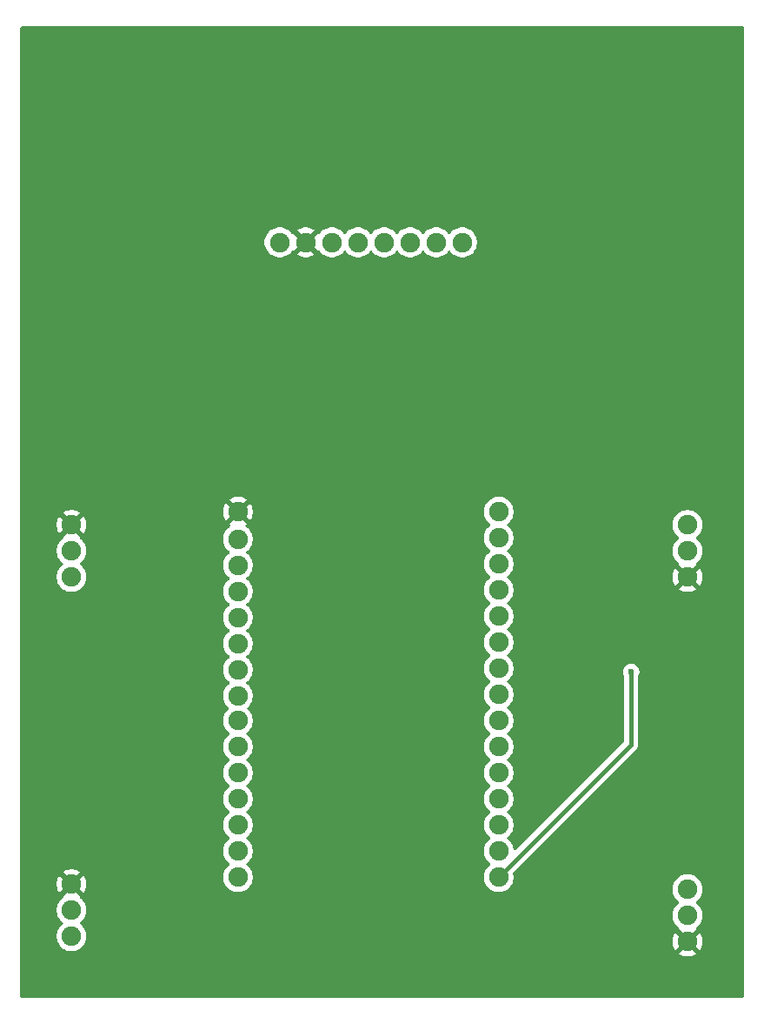
<source format=gbl>
G04 #@! TF.GenerationSoftware,KiCad,Pcbnew,9.0.4*
G04 #@! TF.CreationDate,2025-09-06T12:28:32+03:00*
G04 #@! TF.ProjectId,esp32 flight controller,65737033-3220-4666-9c69-67687420636f,rev?*
G04 #@! TF.SameCoordinates,Original*
G04 #@! TF.FileFunction,Copper,L4,Bot*
G04 #@! TF.FilePolarity,Positive*
%FSLAX46Y46*%
G04 Gerber Fmt 4.6, Leading zero omitted, Abs format (unit mm)*
G04 Created by KiCad (PCBNEW 9.0.4) date 2025-09-06 12:28:32*
%MOMM*%
%LPD*%
G01*
G04 APERTURE LIST*
G04 #@! TA.AperFunction,ComponentPad*
%ADD10C,1.900000*%
G04 #@! TD*
G04 #@! TA.AperFunction,ComponentPad*
%ADD11C,1.905000*%
G04 #@! TD*
G04 #@! TA.AperFunction,ViaPad*
%ADD12C,0.600000*%
G04 #@! TD*
G04 #@! TA.AperFunction,Conductor*
%ADD13C,0.400000*%
G04 #@! TD*
G04 APERTURE END LIST*
D10*
X85500000Y-79500000D03*
X85500000Y-82040000D03*
X85500000Y-84580000D03*
D11*
X101700000Y-78220000D03*
X101700000Y-80880000D03*
X101700000Y-83420000D03*
X101700000Y-85960000D03*
X101700000Y-88500000D03*
X101700000Y-91040000D03*
X101700000Y-93580000D03*
X101700000Y-96120000D03*
X101700000Y-98540000D03*
X101700000Y-101080000D03*
X101700000Y-103620000D03*
X101700000Y-106160000D03*
X101700000Y-108700000D03*
X101700000Y-111240000D03*
X101700000Y-113780000D03*
X127100000Y-78220000D03*
X127100000Y-80760000D03*
X127100000Y-83300000D03*
X127100000Y-85840000D03*
X127100000Y-88380000D03*
X127100000Y-90920000D03*
X127100000Y-93460000D03*
X127100000Y-96000000D03*
X127100000Y-98540000D03*
X127100000Y-101080000D03*
X127100000Y-103620000D03*
X127100000Y-106160000D03*
X127100000Y-108700000D03*
X127100000Y-111240000D03*
X127100000Y-113780000D03*
X105760000Y-52000000D03*
X108300000Y-52000000D03*
X110840000Y-52000000D03*
X113380000Y-52000000D03*
X115920000Y-52000000D03*
X118460000Y-52000000D03*
X121000000Y-52000000D03*
X123540000Y-52000000D03*
D10*
X85500000Y-119540000D03*
X85500000Y-117000000D03*
X85500000Y-114460000D03*
X145500000Y-114960000D03*
X145500000Y-117500000D03*
X145500000Y-120040000D03*
X145500000Y-79500000D03*
X145500000Y-82040000D03*
X145500000Y-84580000D03*
D12*
X140000000Y-93800000D03*
D13*
X140000000Y-100880000D02*
X127100000Y-113780000D01*
X140000000Y-93800000D02*
X140000000Y-100880000D01*
G04 #@! TA.AperFunction,Conductor*
G36*
X150942539Y-31020185D02*
G01*
X150988294Y-31072989D01*
X150999500Y-31124500D01*
X150999500Y-125375500D01*
X150979815Y-125442539D01*
X150927011Y-125488294D01*
X150875500Y-125499500D01*
X80624500Y-125499500D01*
X80557461Y-125479815D01*
X80511706Y-125427011D01*
X80500500Y-125375500D01*
X80500500Y-116885837D01*
X84049500Y-116885837D01*
X84049500Y-117114162D01*
X84085215Y-117339660D01*
X84155770Y-117556803D01*
X84259421Y-117760228D01*
X84393621Y-117944937D01*
X84555063Y-118106379D01*
X84555069Y-118106383D01*
X84642191Y-118169683D01*
X84684857Y-118225013D01*
X84690835Y-118294627D01*
X84658228Y-118356421D01*
X84642191Y-118370317D01*
X84555069Y-118433616D01*
X84555060Y-118433623D01*
X84393622Y-118595061D01*
X84259421Y-118779771D01*
X84155770Y-118983196D01*
X84085215Y-119200339D01*
X84049500Y-119425837D01*
X84049500Y-119654162D01*
X84085215Y-119879660D01*
X84155770Y-120096803D01*
X84184973Y-120154116D01*
X84259421Y-120300228D01*
X84393621Y-120484937D01*
X84555063Y-120646379D01*
X84739772Y-120780579D01*
X84835884Y-120829550D01*
X84943196Y-120884229D01*
X84943198Y-120884229D01*
X84943201Y-120884231D01*
X85059592Y-120922049D01*
X85160339Y-120954784D01*
X85385838Y-120990500D01*
X85385843Y-120990500D01*
X85614162Y-120990500D01*
X85839660Y-120954784D01*
X86056799Y-120884231D01*
X86260228Y-120780579D01*
X86444937Y-120646379D01*
X86606379Y-120484937D01*
X86740579Y-120300228D01*
X86844231Y-120096799D01*
X86913799Y-119882692D01*
X86913800Y-119882690D01*
X86914782Y-119879667D01*
X86914782Y-119879665D01*
X86914784Y-119879660D01*
X86933184Y-119763481D01*
X86950500Y-119654162D01*
X86950500Y-119425837D01*
X86914784Y-119200339D01*
X86844229Y-118983196D01*
X86770989Y-118839456D01*
X86740579Y-118779772D01*
X86606379Y-118595063D01*
X86444937Y-118433621D01*
X86357807Y-118370317D01*
X86315143Y-118314988D01*
X86309164Y-118245374D01*
X86341770Y-118183579D01*
X86357807Y-118169683D01*
X86444937Y-118106379D01*
X86606379Y-117944937D01*
X86740579Y-117760228D01*
X86844231Y-117556799D01*
X86914784Y-117339660D01*
X86950500Y-117114162D01*
X86950500Y-116885837D01*
X86914784Y-116660339D01*
X86844229Y-116443196D01*
X86786714Y-116330317D01*
X86740579Y-116239772D01*
X86606379Y-116055063D01*
X86444937Y-115893621D01*
X86438418Y-115888885D01*
X86357382Y-115830007D01*
X86314716Y-115774677D01*
X86308738Y-115705064D01*
X86332234Y-115660534D01*
X86333310Y-115646862D01*
X85711059Y-115024612D01*
X85731591Y-115019111D01*
X85868408Y-114940119D01*
X85980119Y-114828408D01*
X86059111Y-114691591D01*
X86064612Y-114671060D01*
X86686862Y-115293310D01*
X86686862Y-115293309D01*
X86740150Y-115219966D01*
X86843769Y-115016604D01*
X86914295Y-114799544D01*
X86950000Y-114574116D01*
X86950000Y-114345883D01*
X86914295Y-114120455D01*
X86843769Y-113903395D01*
X86740148Y-113700030D01*
X86686863Y-113626689D01*
X86686862Y-113626688D01*
X86064612Y-114248939D01*
X86059111Y-114228409D01*
X85980119Y-114091592D01*
X85868408Y-113979881D01*
X85731591Y-113900889D01*
X85711058Y-113895387D01*
X86333309Y-113273137D01*
X86333309Y-113273135D01*
X86259969Y-113219851D01*
X86056604Y-113116230D01*
X85839544Y-113045704D01*
X85614116Y-113010000D01*
X85385884Y-113010000D01*
X85160455Y-113045704D01*
X84943395Y-113116230D01*
X84740035Y-113219848D01*
X84740033Y-113219849D01*
X84666689Y-113273135D01*
X84666689Y-113273136D01*
X85288941Y-113895387D01*
X85268409Y-113900889D01*
X85131592Y-113979881D01*
X85019881Y-114091592D01*
X84940889Y-114228409D01*
X84935387Y-114248940D01*
X84313136Y-113626689D01*
X84313135Y-113626689D01*
X84259849Y-113700033D01*
X84259848Y-113700035D01*
X84156230Y-113903395D01*
X84085704Y-114120455D01*
X84050000Y-114345883D01*
X84050000Y-114574116D01*
X84085704Y-114799544D01*
X84156230Y-115016604D01*
X84259851Y-115219969D01*
X84313135Y-115293309D01*
X84313137Y-115293309D01*
X84935387Y-114671059D01*
X84940889Y-114691591D01*
X85019881Y-114828408D01*
X85131592Y-114940119D01*
X85268409Y-115019111D01*
X85288939Y-115024612D01*
X84666688Y-115646862D01*
X84667892Y-115662152D01*
X84685281Y-115684702D01*
X84691260Y-115754315D01*
X84658655Y-115816110D01*
X84642617Y-115830008D01*
X84555063Y-115893620D01*
X84393622Y-116055061D01*
X84259421Y-116239771D01*
X84155770Y-116443196D01*
X84085215Y-116660339D01*
X84049500Y-116885837D01*
X80500500Y-116885837D01*
X80500500Y-81925837D01*
X84049500Y-81925837D01*
X84049500Y-82154162D01*
X84085215Y-82379660D01*
X84155770Y-82596803D01*
X84259421Y-82800228D01*
X84393621Y-82984937D01*
X84555063Y-83146379D01*
X84555066Y-83146381D01*
X84555069Y-83146383D01*
X84642191Y-83209683D01*
X84684857Y-83265013D01*
X84690835Y-83334627D01*
X84658228Y-83396421D01*
X84642191Y-83410317D01*
X84555069Y-83473616D01*
X84555060Y-83473623D01*
X84393622Y-83635061D01*
X84259421Y-83819771D01*
X84155770Y-84023196D01*
X84085215Y-84240339D01*
X84049500Y-84465837D01*
X84049500Y-84694162D01*
X84085215Y-84919660D01*
X84155770Y-85136803D01*
X84259288Y-85339966D01*
X84259421Y-85340228D01*
X84393621Y-85524937D01*
X84555063Y-85686379D01*
X84739772Y-85820579D01*
X84788969Y-85845646D01*
X84943196Y-85924229D01*
X84943198Y-85924229D01*
X84943201Y-85924231D01*
X85035907Y-85954353D01*
X85160339Y-85994784D01*
X85385838Y-86030500D01*
X85385843Y-86030500D01*
X85614162Y-86030500D01*
X85839660Y-85994784D01*
X85841165Y-85994295D01*
X86056799Y-85924231D01*
X86260228Y-85820579D01*
X86444937Y-85686379D01*
X86606379Y-85524937D01*
X86740579Y-85340228D01*
X86844231Y-85136799D01*
X86914784Y-84919660D01*
X86925545Y-84851716D01*
X86950500Y-84694162D01*
X86950500Y-84465837D01*
X86914784Y-84240339D01*
X86844229Y-84023196D01*
X86789550Y-83915884D01*
X86740579Y-83819772D01*
X86606379Y-83635063D01*
X86444937Y-83473621D01*
X86357807Y-83410317D01*
X86315143Y-83354988D01*
X86309164Y-83285374D01*
X86341770Y-83223579D01*
X86357807Y-83209683D01*
X86444937Y-83146379D01*
X86606379Y-82984937D01*
X86740579Y-82800228D01*
X86844231Y-82596799D01*
X86914784Y-82379660D01*
X86925545Y-82311716D01*
X86950500Y-82154162D01*
X86950500Y-81925837D01*
X86914784Y-81700339D01*
X86844229Y-81483196D01*
X86789550Y-81375884D01*
X86740579Y-81279772D01*
X86606379Y-81095063D01*
X86444937Y-80933621D01*
X86438418Y-80928885D01*
X86357382Y-80870007D01*
X86340203Y-80847729D01*
X86320596Y-80827552D01*
X86319153Y-80820431D01*
X86314716Y-80814677D01*
X86312308Y-80786645D01*
X86308054Y-80765646D01*
X100247000Y-80765646D01*
X100247000Y-80994353D01*
X100282778Y-81220246D01*
X100282778Y-81220249D01*
X100353450Y-81437755D01*
X100376606Y-81483201D01*
X100457283Y-81641538D01*
X100591714Y-81826566D01*
X100753434Y-81988286D01*
X100773297Y-82002717D01*
X100837938Y-82049682D01*
X100880603Y-82105013D01*
X100886582Y-82174626D01*
X100853976Y-82236421D01*
X100837938Y-82250318D01*
X100753432Y-82311715D01*
X100591716Y-82473431D01*
X100591716Y-82473432D01*
X100591714Y-82473434D01*
X100544469Y-82538461D01*
X100457283Y-82658461D01*
X100353450Y-82862244D01*
X100282778Y-83079750D01*
X100282778Y-83079753D01*
X100247000Y-83305646D01*
X100247000Y-83534353D01*
X100282778Y-83760246D01*
X100282778Y-83760249D01*
X100353450Y-83977755D01*
X100376606Y-84023201D01*
X100457283Y-84181538D01*
X100591714Y-84366566D01*
X100753434Y-84528286D01*
X100773297Y-84542717D01*
X100837938Y-84589682D01*
X100880603Y-84645013D01*
X100886582Y-84714626D01*
X100853976Y-84776421D01*
X100837938Y-84790318D01*
X100753432Y-84851715D01*
X100591716Y-85013431D01*
X100591716Y-85013432D01*
X100591714Y-85013434D01*
X100544469Y-85078461D01*
X100457283Y-85198461D01*
X100353450Y-85402244D01*
X100282778Y-85619750D01*
X100282778Y-85619753D01*
X100247000Y-85845646D01*
X100247000Y-86074353D01*
X100282778Y-86300246D01*
X100282778Y-86300249D01*
X100353450Y-86517755D01*
X100353452Y-86517758D01*
X100457283Y-86721538D01*
X100591714Y-86906566D01*
X100753434Y-87068286D01*
X100773297Y-87082717D01*
X100837938Y-87129682D01*
X100880603Y-87185013D01*
X100886582Y-87254626D01*
X100853976Y-87316421D01*
X100837938Y-87330318D01*
X100753432Y-87391715D01*
X100591716Y-87553431D01*
X100591716Y-87553432D01*
X100591714Y-87553434D01*
X100544469Y-87618461D01*
X100457283Y-87738461D01*
X100353450Y-87942244D01*
X100282778Y-88159750D01*
X100282778Y-88159753D01*
X100247000Y-88385646D01*
X100247000Y-88614353D01*
X100282778Y-88840246D01*
X100282778Y-88840249D01*
X100353450Y-89057755D01*
X100353452Y-89057758D01*
X100457283Y-89261538D01*
X100591714Y-89446566D01*
X100753434Y-89608286D01*
X100773297Y-89622717D01*
X100837938Y-89669682D01*
X100880603Y-89725013D01*
X100886582Y-89794626D01*
X100853976Y-89856421D01*
X100837938Y-89870318D01*
X100753432Y-89931715D01*
X100591716Y-90093431D01*
X100591716Y-90093432D01*
X100591714Y-90093434D01*
X100544469Y-90158461D01*
X100457283Y-90278461D01*
X100353450Y-90482244D01*
X100282778Y-90699750D01*
X100282778Y-90699753D01*
X100247000Y-90925646D01*
X100247000Y-91154353D01*
X100282778Y-91380246D01*
X100282778Y-91380249D01*
X100353450Y-91597755D01*
X100353452Y-91597758D01*
X100457283Y-91801538D01*
X100591714Y-91986566D01*
X100753434Y-92148286D01*
X100773297Y-92162717D01*
X100837938Y-92209682D01*
X100880603Y-92265013D01*
X100886582Y-92334626D01*
X100853976Y-92396421D01*
X100837938Y-92410318D01*
X100753432Y-92471715D01*
X100591716Y-92633431D01*
X100591716Y-92633432D01*
X100591714Y-92633434D01*
X100544469Y-92698461D01*
X100457283Y-92818461D01*
X100353450Y-93022244D01*
X100282778Y-93239750D01*
X100282778Y-93239753D01*
X100266006Y-93345646D01*
X100247000Y-93465646D01*
X100247000Y-93694354D01*
X100263772Y-93800245D01*
X100282778Y-93920246D01*
X100282778Y-93920249D01*
X100353450Y-94137755D01*
X100396140Y-94221538D01*
X100457283Y-94341538D01*
X100591714Y-94526566D01*
X100753434Y-94688286D01*
X100773297Y-94702717D01*
X100837938Y-94749682D01*
X100880603Y-94805013D01*
X100886582Y-94874626D01*
X100853976Y-94936421D01*
X100837938Y-94950318D01*
X100753432Y-95011715D01*
X100591716Y-95173431D01*
X100591716Y-95173432D01*
X100591714Y-95173434D01*
X100544469Y-95238461D01*
X100457283Y-95358461D01*
X100353450Y-95562244D01*
X100282778Y-95779750D01*
X100282778Y-95779753D01*
X100247000Y-96005646D01*
X100247000Y-96234353D01*
X100282778Y-96460246D01*
X100282778Y-96460249D01*
X100353450Y-96677755D01*
X100353452Y-96677758D01*
X100457283Y-96881538D01*
X100591714Y-97066566D01*
X100753434Y-97228286D01*
X100755360Y-97229685D01*
X100755913Y-97230403D01*
X100757139Y-97231450D01*
X100756919Y-97231707D01*
X100798023Y-97285015D01*
X100803999Y-97354629D01*
X100771392Y-97416423D01*
X100755363Y-97430312D01*
X100753876Y-97431392D01*
X100753431Y-97431716D01*
X100591716Y-97593431D01*
X100591716Y-97593432D01*
X100591714Y-97593434D01*
X100533980Y-97672896D01*
X100457283Y-97778461D01*
X100353450Y-97982244D01*
X100282778Y-98199750D01*
X100282778Y-98199753D01*
X100247000Y-98425646D01*
X100247000Y-98654353D01*
X100282778Y-98880246D01*
X100282778Y-98880249D01*
X100353450Y-99097755D01*
X100353452Y-99097758D01*
X100457283Y-99301538D01*
X100591714Y-99486566D01*
X100753434Y-99648286D01*
X100822923Y-99698773D01*
X100837938Y-99709682D01*
X100880603Y-99765013D01*
X100886582Y-99834626D01*
X100853976Y-99896421D01*
X100837938Y-99910318D01*
X100753432Y-99971715D01*
X100591716Y-100133431D01*
X100591716Y-100133432D01*
X100591714Y-100133434D01*
X100533980Y-100212896D01*
X100457283Y-100318461D01*
X100353450Y-100522244D01*
X100282778Y-100739750D01*
X100282778Y-100739753D01*
X100247000Y-100965646D01*
X100247000Y-101194353D01*
X100282778Y-101420246D01*
X100282778Y-101420249D01*
X100353450Y-101637755D01*
X100353452Y-101637758D01*
X100457283Y-101841538D01*
X100591714Y-102026566D01*
X100753434Y-102188286D01*
X100822923Y-102238773D01*
X100837938Y-102249682D01*
X100880603Y-102305013D01*
X100886582Y-102374626D01*
X100853976Y-102436421D01*
X100837938Y-102450318D01*
X100753432Y-102511715D01*
X100591716Y-102673431D01*
X100591716Y-102673432D01*
X100591714Y-102673434D01*
X100533980Y-102752896D01*
X100457283Y-102858461D01*
X100353450Y-103062244D01*
X100282778Y-103279750D01*
X100282778Y-103279753D01*
X100247000Y-103505646D01*
X100247000Y-103734353D01*
X100282778Y-103960246D01*
X100282778Y-103960249D01*
X100353450Y-104177755D01*
X100353452Y-104177758D01*
X100457283Y-104381538D01*
X100591714Y-104566566D01*
X100753434Y-104728286D01*
X100822923Y-104778773D01*
X100837938Y-104789682D01*
X100880603Y-104845013D01*
X100886582Y-104914626D01*
X100853976Y-104976421D01*
X100837938Y-104990318D01*
X100753432Y-105051715D01*
X100591716Y-105213431D01*
X100591716Y-105213432D01*
X100591714Y-105213434D01*
X100533980Y-105292896D01*
X100457283Y-105398461D01*
X100353450Y-105602244D01*
X100282778Y-105819750D01*
X100282778Y-105819753D01*
X100247000Y-106045646D01*
X100247000Y-106274353D01*
X100282778Y-106500246D01*
X100282778Y-106500249D01*
X100353450Y-106717755D01*
X100353452Y-106717758D01*
X100457283Y-106921538D01*
X100591714Y-107106566D01*
X100753434Y-107268286D01*
X100822923Y-107318773D01*
X100837938Y-107329682D01*
X100880603Y-107385013D01*
X100886582Y-107454626D01*
X100853976Y-107516421D01*
X100837938Y-107530318D01*
X100753432Y-107591715D01*
X100591716Y-107753431D01*
X100591716Y-107753432D01*
X100591714Y-107753434D01*
X100533980Y-107832896D01*
X100457283Y-107938461D01*
X100353450Y-108142244D01*
X100282778Y-108359750D01*
X100282778Y-108359753D01*
X100247000Y-108585646D01*
X100247000Y-108814353D01*
X100282778Y-109040246D01*
X100282778Y-109040249D01*
X100353450Y-109257755D01*
X100353452Y-109257758D01*
X100457283Y-109461538D01*
X100591714Y-109646566D01*
X100753434Y-109808286D01*
X100822923Y-109858773D01*
X100837938Y-109869682D01*
X100880603Y-109925013D01*
X100886582Y-109994626D01*
X100853976Y-110056421D01*
X100837938Y-110070318D01*
X100753432Y-110131715D01*
X100591716Y-110293431D01*
X100591716Y-110293432D01*
X100591714Y-110293434D01*
X100533980Y-110372896D01*
X100457283Y-110478461D01*
X100353450Y-110682244D01*
X100282778Y-110899750D01*
X100282778Y-110899753D01*
X100247000Y-111125646D01*
X100247000Y-111354353D01*
X100282778Y-111580246D01*
X100282778Y-111580249D01*
X100353450Y-111797755D01*
X100353452Y-111797758D01*
X100457283Y-112001538D01*
X100591714Y-112186566D01*
X100753434Y-112348286D01*
X100822923Y-112398773D01*
X100837938Y-112409682D01*
X100880603Y-112465013D01*
X100886582Y-112534626D01*
X100853976Y-112596421D01*
X100837938Y-112610318D01*
X100753432Y-112671715D01*
X100591716Y-112833431D01*
X100591716Y-112833432D01*
X100591714Y-112833434D01*
X100533980Y-112912896D01*
X100457283Y-113018461D01*
X100353450Y-113222244D01*
X100282778Y-113439750D01*
X100282778Y-113439753D01*
X100247000Y-113665646D01*
X100247000Y-113894353D01*
X100282778Y-114120246D01*
X100282778Y-114120249D01*
X100353450Y-114337755D01*
X100375489Y-114381009D01*
X100457283Y-114541538D01*
X100591714Y-114726566D01*
X100753434Y-114888286D01*
X100938462Y-115022717D01*
X101039419Y-115074157D01*
X101142244Y-115126549D01*
X101359751Y-115197221D01*
X101359752Y-115197221D01*
X101359755Y-115197222D01*
X101585646Y-115233000D01*
X101585647Y-115233000D01*
X101814353Y-115233000D01*
X101814354Y-115233000D01*
X102040245Y-115197222D01*
X102040248Y-115197221D01*
X102040249Y-115197221D01*
X102257755Y-115126549D01*
X102257755Y-115126548D01*
X102257758Y-115126548D01*
X102461538Y-115022717D01*
X102646566Y-114888286D01*
X102808286Y-114726566D01*
X102942717Y-114541538D01*
X103046548Y-114337758D01*
X103117222Y-114120245D01*
X103153000Y-113894354D01*
X103153000Y-113665646D01*
X103117222Y-113439755D01*
X103117221Y-113439751D01*
X103117221Y-113439750D01*
X103046549Y-113222244D01*
X102942716Y-113018461D01*
X102936569Y-113010000D01*
X102808286Y-112833434D01*
X102646566Y-112671714D01*
X102562059Y-112610316D01*
X102519396Y-112554988D01*
X102513417Y-112485375D01*
X102546023Y-112423580D01*
X102562056Y-112409685D01*
X102646566Y-112348286D01*
X102808286Y-112186566D01*
X102942717Y-112001538D01*
X103046548Y-111797758D01*
X103117222Y-111580245D01*
X103153000Y-111354354D01*
X103153000Y-111125646D01*
X103117222Y-110899755D01*
X103117221Y-110899751D01*
X103117221Y-110899750D01*
X103046549Y-110682244D01*
X102942716Y-110478461D01*
X102808286Y-110293434D01*
X102646566Y-110131714D01*
X102562059Y-110070316D01*
X102519396Y-110014988D01*
X102513417Y-109945375D01*
X102546023Y-109883580D01*
X102562056Y-109869685D01*
X102646566Y-109808286D01*
X102808286Y-109646566D01*
X102942717Y-109461538D01*
X103046548Y-109257758D01*
X103117222Y-109040245D01*
X103153000Y-108814354D01*
X103153000Y-108585646D01*
X103117222Y-108359755D01*
X103117221Y-108359751D01*
X103117221Y-108359750D01*
X103046549Y-108142244D01*
X102942716Y-107938461D01*
X102808286Y-107753434D01*
X102646566Y-107591714D01*
X102562059Y-107530316D01*
X102519396Y-107474988D01*
X102513417Y-107405375D01*
X102546023Y-107343580D01*
X102562056Y-107329685D01*
X102646566Y-107268286D01*
X102808286Y-107106566D01*
X102942717Y-106921538D01*
X103046548Y-106717758D01*
X103117222Y-106500245D01*
X103153000Y-106274354D01*
X103153000Y-106045646D01*
X103117222Y-105819755D01*
X103117221Y-105819751D01*
X103117221Y-105819750D01*
X103046549Y-105602244D01*
X102942716Y-105398461D01*
X102808286Y-105213434D01*
X102646566Y-105051714D01*
X102562059Y-104990316D01*
X102519396Y-104934988D01*
X102513417Y-104865375D01*
X102546023Y-104803580D01*
X102562056Y-104789685D01*
X102646566Y-104728286D01*
X102808286Y-104566566D01*
X102942717Y-104381538D01*
X103046548Y-104177758D01*
X103117222Y-103960245D01*
X103153000Y-103734354D01*
X103153000Y-103505646D01*
X103117222Y-103279755D01*
X103117221Y-103279751D01*
X103117221Y-103279750D01*
X103046549Y-103062244D01*
X102942716Y-102858461D01*
X102808286Y-102673434D01*
X102646566Y-102511714D01*
X102562059Y-102450316D01*
X102519396Y-102394988D01*
X102513417Y-102325375D01*
X102546023Y-102263580D01*
X102562056Y-102249685D01*
X102646566Y-102188286D01*
X102808286Y-102026566D01*
X102942717Y-101841538D01*
X103046548Y-101637758D01*
X103117222Y-101420245D01*
X103153000Y-101194354D01*
X103153000Y-100965646D01*
X103117222Y-100739755D01*
X103117221Y-100739751D01*
X103117221Y-100739750D01*
X103046549Y-100522244D01*
X102942716Y-100318461D01*
X102808286Y-100133434D01*
X102646566Y-99971714D01*
X102562059Y-99910316D01*
X102519396Y-99854988D01*
X102513417Y-99785375D01*
X102546023Y-99723580D01*
X102562056Y-99709685D01*
X102646566Y-99648286D01*
X102808286Y-99486566D01*
X102942717Y-99301538D01*
X103046548Y-99097758D01*
X103117222Y-98880245D01*
X103153000Y-98654354D01*
X103153000Y-98425646D01*
X103117222Y-98199755D01*
X103117221Y-98199751D01*
X103117221Y-98199750D01*
X103046549Y-97982244D01*
X102942716Y-97778461D01*
X102808286Y-97593434D01*
X102646566Y-97431714D01*
X102646564Y-97431712D01*
X102646565Y-97431712D01*
X102644653Y-97430324D01*
X102644100Y-97429607D01*
X102642853Y-97428542D01*
X102643076Y-97428280D01*
X102601982Y-97374997D01*
X102595998Y-97305385D01*
X102628599Y-97243587D01*
X102644653Y-97229676D01*
X102645081Y-97229364D01*
X102646566Y-97228286D01*
X102808286Y-97066566D01*
X102942717Y-96881538D01*
X103046548Y-96677758D01*
X103117222Y-96460245D01*
X103153000Y-96234354D01*
X103153000Y-96005646D01*
X103117222Y-95779755D01*
X103117221Y-95779751D01*
X103117221Y-95779750D01*
X103046549Y-95562244D01*
X102942716Y-95358461D01*
X102808286Y-95173434D01*
X102646566Y-95011714D01*
X102562059Y-94950316D01*
X102519396Y-94894988D01*
X102513417Y-94825375D01*
X102546023Y-94763580D01*
X102562056Y-94749685D01*
X102646566Y-94688286D01*
X102808286Y-94526566D01*
X102942717Y-94341538D01*
X103046548Y-94137758D01*
X103117222Y-93920245D01*
X103153000Y-93694354D01*
X103153000Y-93465646D01*
X103117222Y-93239755D01*
X103117221Y-93239751D01*
X103117221Y-93239750D01*
X103046549Y-93022244D01*
X102942716Y-92818461D01*
X102808286Y-92633434D01*
X102646566Y-92471714D01*
X102562059Y-92410316D01*
X102519396Y-92354988D01*
X102513417Y-92285375D01*
X102546023Y-92223580D01*
X102562056Y-92209685D01*
X102646566Y-92148286D01*
X102808286Y-91986566D01*
X102942717Y-91801538D01*
X103046548Y-91597758D01*
X103117222Y-91380245D01*
X103153000Y-91154354D01*
X103153000Y-90925646D01*
X103117222Y-90699755D01*
X103117221Y-90699751D01*
X103117221Y-90699750D01*
X103046549Y-90482244D01*
X102942716Y-90278461D01*
X102808286Y-90093434D01*
X102646566Y-89931714D01*
X102562059Y-89870316D01*
X102519396Y-89814988D01*
X102513417Y-89745375D01*
X102546023Y-89683580D01*
X102562056Y-89669685D01*
X102646566Y-89608286D01*
X102808286Y-89446566D01*
X102942717Y-89261538D01*
X103046548Y-89057758D01*
X103117222Y-88840245D01*
X103153000Y-88614354D01*
X103153000Y-88385646D01*
X103117222Y-88159755D01*
X103117221Y-88159751D01*
X103117221Y-88159750D01*
X103046549Y-87942244D01*
X102942716Y-87738461D01*
X102808286Y-87553434D01*
X102646566Y-87391714D01*
X102562059Y-87330316D01*
X102519396Y-87274988D01*
X102513417Y-87205375D01*
X102546023Y-87143580D01*
X102562056Y-87129685D01*
X102646566Y-87068286D01*
X102808286Y-86906566D01*
X102942717Y-86721538D01*
X103046548Y-86517758D01*
X103117222Y-86300245D01*
X103153000Y-86074354D01*
X103153000Y-85845646D01*
X103117222Y-85619755D01*
X103117221Y-85619751D01*
X103117221Y-85619750D01*
X103046549Y-85402244D01*
X102942716Y-85198461D01*
X102808286Y-85013434D01*
X102646566Y-84851714D01*
X102562059Y-84790316D01*
X102519396Y-84734988D01*
X102513417Y-84665375D01*
X102546023Y-84603580D01*
X102562056Y-84589685D01*
X102646566Y-84528286D01*
X102808286Y-84366566D01*
X102942717Y-84181538D01*
X103046548Y-83977758D01*
X103117222Y-83760245D01*
X103153000Y-83534354D01*
X103153000Y-83305646D01*
X103117222Y-83079755D01*
X103117221Y-83079751D01*
X103117221Y-83079750D01*
X103046549Y-82862244D01*
X102942716Y-82658461D01*
X102808286Y-82473434D01*
X102646566Y-82311714D01*
X102562059Y-82250316D01*
X102519396Y-82194988D01*
X102513417Y-82125375D01*
X102546023Y-82063580D01*
X102562056Y-82049685D01*
X102646566Y-81988286D01*
X102808286Y-81826566D01*
X102942717Y-81641538D01*
X103046548Y-81437758D01*
X103117222Y-81220245D01*
X103153000Y-80994354D01*
X103153000Y-80765646D01*
X103117222Y-80539755D01*
X103117221Y-80539751D01*
X103117221Y-80539750D01*
X103046549Y-80322244D01*
X102942716Y-80118461D01*
X102808286Y-79933434D01*
X102646566Y-79771714D01*
X102479051Y-79650007D01*
X102436387Y-79594678D01*
X102430408Y-79525064D01*
X102463014Y-79463270D01*
X102479052Y-79449372D01*
X102535098Y-79408650D01*
X101911059Y-78784612D01*
X101931591Y-78779111D01*
X102068408Y-78700119D01*
X102180119Y-78588408D01*
X102259111Y-78451591D01*
X102264612Y-78431060D01*
X102888651Y-79055099D01*
X102888651Y-79055098D01*
X102942288Y-78981276D01*
X103046082Y-78777568D01*
X103116734Y-78560125D01*
X103116734Y-78560124D01*
X103152500Y-78334313D01*
X103152500Y-78105686D01*
X103152494Y-78105646D01*
X125647000Y-78105646D01*
X125647000Y-78334353D01*
X125682778Y-78560246D01*
X125682778Y-78560249D01*
X125753450Y-78777755D01*
X125753452Y-78777758D01*
X125857283Y-78981538D01*
X125991714Y-79166566D01*
X126153434Y-79328286D01*
X126222923Y-79378773D01*
X126237938Y-79389682D01*
X126280603Y-79445013D01*
X126286582Y-79514626D01*
X126253976Y-79576421D01*
X126237938Y-79590318D01*
X126153432Y-79651715D01*
X125991716Y-79813431D01*
X125991716Y-79813432D01*
X125991714Y-79813434D01*
X125972744Y-79839544D01*
X125857283Y-79998461D01*
X125753450Y-80202244D01*
X125682778Y-80419750D01*
X125682778Y-80419753D01*
X125647000Y-80645646D01*
X125647000Y-80874353D01*
X125682778Y-81100246D01*
X125682778Y-81100249D01*
X125753450Y-81317755D01*
X125753452Y-81317758D01*
X125857283Y-81521538D01*
X125991714Y-81706566D01*
X126153434Y-81868286D01*
X126222923Y-81918773D01*
X126237938Y-81929682D01*
X126280603Y-81985013D01*
X126286582Y-82054626D01*
X126253976Y-82116421D01*
X126237938Y-82130318D01*
X126153432Y-82191715D01*
X125991716Y-82353431D01*
X125991716Y-82353432D01*
X125991714Y-82353434D01*
X125972660Y-82379660D01*
X125857283Y-82538461D01*
X125753450Y-82742244D01*
X125682778Y-82959750D01*
X125682778Y-82959753D01*
X125678789Y-82984938D01*
X125647000Y-83185646D01*
X125647000Y-83414354D01*
X125664889Y-83527299D01*
X125682778Y-83640246D01*
X125682778Y-83640249D01*
X125753450Y-83857755D01*
X125753452Y-83857758D01*
X125857283Y-84061538D01*
X125991714Y-84246566D01*
X126153434Y-84408286D01*
X126222923Y-84458773D01*
X126237938Y-84469682D01*
X126280603Y-84525013D01*
X126286582Y-84594626D01*
X126253976Y-84656421D01*
X126237938Y-84670318D01*
X126153432Y-84731715D01*
X125991716Y-84893431D01*
X125991716Y-84893432D01*
X125991714Y-84893434D01*
X125972744Y-84919544D01*
X125857283Y-85078461D01*
X125753450Y-85282244D01*
X125682778Y-85499750D01*
X125682778Y-85499753D01*
X125678789Y-85524938D01*
X125647000Y-85725646D01*
X125647000Y-85954354D01*
X125664889Y-86067299D01*
X125682778Y-86180246D01*
X125682778Y-86180249D01*
X125753450Y-86397755D01*
X125753452Y-86397758D01*
X125857283Y-86601538D01*
X125991714Y-86786566D01*
X126153434Y-86948286D01*
X126222923Y-86998773D01*
X126237938Y-87009682D01*
X126280603Y-87065013D01*
X126286582Y-87134626D01*
X126253976Y-87196421D01*
X126237938Y-87210318D01*
X126153432Y-87271715D01*
X125991716Y-87433431D01*
X125991716Y-87433432D01*
X125991714Y-87433434D01*
X125933980Y-87512896D01*
X125857283Y-87618461D01*
X125753450Y-87822244D01*
X125682778Y-88039750D01*
X125682778Y-88039753D01*
X125647000Y-88265646D01*
X125647000Y-88494353D01*
X125682778Y-88720246D01*
X125682778Y-88720249D01*
X125753450Y-88937755D01*
X125753452Y-88937758D01*
X125857283Y-89141538D01*
X125991714Y-89326566D01*
X126153434Y-89488286D01*
X126222923Y-89538773D01*
X126237938Y-89549682D01*
X126280603Y-89605013D01*
X126286582Y-89674626D01*
X126253976Y-89736421D01*
X126237938Y-89750318D01*
X126153432Y-89811715D01*
X125991716Y-89973431D01*
X125991716Y-89973432D01*
X125991714Y-89973434D01*
X125933980Y-90052896D01*
X125857283Y-90158461D01*
X125753450Y-90362244D01*
X125682778Y-90579750D01*
X125682778Y-90579753D01*
X125647000Y-90805646D01*
X125647000Y-91034353D01*
X125682778Y-91260246D01*
X125682778Y-91260249D01*
X125753450Y-91477755D01*
X125753452Y-91477758D01*
X125857283Y-91681538D01*
X125991714Y-91866566D01*
X126153434Y-92028286D01*
X126222923Y-92078773D01*
X126237938Y-92089682D01*
X126280603Y-92145013D01*
X126286582Y-92214626D01*
X126253976Y-92276421D01*
X126237938Y-92290318D01*
X126153432Y-92351715D01*
X125991716Y-92513431D01*
X125991716Y-92513432D01*
X125991714Y-92513434D01*
X125933980Y-92592896D01*
X125857283Y-92698461D01*
X125753450Y-92902244D01*
X125682778Y-93119750D01*
X125682778Y-93119753D01*
X125647000Y-93345646D01*
X125647000Y-93574353D01*
X125682778Y-93800246D01*
X125682778Y-93800249D01*
X125753450Y-94017755D01*
X125753452Y-94017758D01*
X125857283Y-94221538D01*
X125991714Y-94406566D01*
X126153434Y-94568286D01*
X126222923Y-94618773D01*
X126237938Y-94629682D01*
X126280603Y-94685013D01*
X126286582Y-94754626D01*
X126253976Y-94816421D01*
X126237938Y-94830318D01*
X126153432Y-94891715D01*
X125991716Y-95053431D01*
X125991716Y-95053432D01*
X125991714Y-95053434D01*
X125933980Y-95132896D01*
X125857283Y-95238461D01*
X125753450Y-95442244D01*
X125682778Y-95659750D01*
X125682778Y-95659753D01*
X125647000Y-95885646D01*
X125647000Y-96114353D01*
X125682778Y-96340246D01*
X125682778Y-96340249D01*
X125753450Y-96557755D01*
X125753452Y-96557758D01*
X125857283Y-96761538D01*
X125991714Y-96946566D01*
X126153434Y-97108286D01*
X126222923Y-97158773D01*
X126237938Y-97169682D01*
X126280603Y-97225013D01*
X126286582Y-97294626D01*
X126253976Y-97356421D01*
X126237938Y-97370318D01*
X126153432Y-97431715D01*
X125991716Y-97593431D01*
X125991716Y-97593432D01*
X125991714Y-97593434D01*
X125933980Y-97672896D01*
X125857283Y-97778461D01*
X125753450Y-97982244D01*
X125682778Y-98199750D01*
X125682778Y-98199753D01*
X125647000Y-98425646D01*
X125647000Y-98654353D01*
X125682778Y-98880246D01*
X125682778Y-98880249D01*
X125753450Y-99097755D01*
X125753452Y-99097758D01*
X125857283Y-99301538D01*
X125991714Y-99486566D01*
X126153434Y-99648286D01*
X126222923Y-99698773D01*
X126237938Y-99709682D01*
X126280603Y-99765013D01*
X126286582Y-99834626D01*
X126253976Y-99896421D01*
X126237938Y-99910318D01*
X126153432Y-99971715D01*
X125991716Y-100133431D01*
X125991716Y-100133432D01*
X125991714Y-100133434D01*
X125933980Y-100212896D01*
X125857283Y-100318461D01*
X125753450Y-100522244D01*
X125682778Y-100739750D01*
X125682778Y-100739753D01*
X125647000Y-100965646D01*
X125647000Y-101194353D01*
X125682778Y-101420246D01*
X125682778Y-101420249D01*
X125753450Y-101637755D01*
X125753452Y-101637758D01*
X125857283Y-101841538D01*
X125991714Y-102026566D01*
X126153434Y-102188286D01*
X126222923Y-102238773D01*
X126237938Y-102249682D01*
X126280603Y-102305013D01*
X126286582Y-102374626D01*
X126253976Y-102436421D01*
X126237938Y-102450318D01*
X126153432Y-102511715D01*
X125991716Y-102673431D01*
X125991716Y-102673432D01*
X125991714Y-102673434D01*
X125933980Y-102752896D01*
X125857283Y-102858461D01*
X125753450Y-103062244D01*
X125682778Y-103279750D01*
X125682778Y-103279753D01*
X125647000Y-103505646D01*
X125647000Y-103734353D01*
X125682778Y-103960246D01*
X125682778Y-103960249D01*
X125753450Y-104177755D01*
X125753452Y-104177758D01*
X125857283Y-104381538D01*
X125991714Y-104566566D01*
X126153434Y-104728286D01*
X126222923Y-104778773D01*
X126237938Y-104789682D01*
X126280603Y-104845013D01*
X126286582Y-104914626D01*
X126253976Y-104976421D01*
X126237938Y-104990318D01*
X126153432Y-105051715D01*
X125991716Y-105213431D01*
X125991716Y-105213432D01*
X125991714Y-105213434D01*
X125933980Y-105292896D01*
X125857283Y-105398461D01*
X125753450Y-105602244D01*
X125682778Y-105819750D01*
X125682778Y-105819753D01*
X125647000Y-106045646D01*
X125647000Y-106274353D01*
X125682778Y-106500246D01*
X125682778Y-106500249D01*
X125753450Y-106717755D01*
X125753452Y-106717758D01*
X125857283Y-106921538D01*
X125991714Y-107106566D01*
X126153434Y-107268286D01*
X126222923Y-107318773D01*
X126237938Y-107329682D01*
X126280603Y-107385013D01*
X126286582Y-107454626D01*
X126253976Y-107516421D01*
X126237938Y-107530318D01*
X126153432Y-107591715D01*
X125991716Y-107753431D01*
X125991716Y-107753432D01*
X125991714Y-107753434D01*
X125933980Y-107832896D01*
X125857283Y-107938461D01*
X125753450Y-108142244D01*
X125682778Y-108359750D01*
X125682778Y-108359753D01*
X125647000Y-108585646D01*
X125647000Y-108814353D01*
X125682778Y-109040246D01*
X125682778Y-109040249D01*
X125753450Y-109257755D01*
X125753452Y-109257758D01*
X125857283Y-109461538D01*
X125991714Y-109646566D01*
X126153434Y-109808286D01*
X126222923Y-109858773D01*
X126237938Y-109869682D01*
X126280603Y-109925013D01*
X126286582Y-109994626D01*
X126253976Y-110056421D01*
X126237938Y-110070318D01*
X126153432Y-110131715D01*
X125991716Y-110293431D01*
X125991716Y-110293432D01*
X125991714Y-110293434D01*
X125933980Y-110372896D01*
X125857283Y-110478461D01*
X125753450Y-110682244D01*
X125682778Y-110899750D01*
X125682778Y-110899753D01*
X125647000Y-111125646D01*
X125647000Y-111354353D01*
X125682778Y-111580246D01*
X125682778Y-111580249D01*
X125753450Y-111797755D01*
X125753452Y-111797758D01*
X125857283Y-112001538D01*
X125991714Y-112186566D01*
X126153434Y-112348286D01*
X126222923Y-112398773D01*
X126237938Y-112409682D01*
X126280603Y-112465013D01*
X126286582Y-112534626D01*
X126253976Y-112596421D01*
X126237938Y-112610318D01*
X126153432Y-112671715D01*
X125991716Y-112833431D01*
X125991716Y-112833432D01*
X125991714Y-112833434D01*
X125933980Y-112912896D01*
X125857283Y-113018461D01*
X125753450Y-113222244D01*
X125682778Y-113439750D01*
X125682778Y-113439753D01*
X125647000Y-113665646D01*
X125647000Y-113894353D01*
X125682778Y-114120246D01*
X125682778Y-114120249D01*
X125753450Y-114337755D01*
X125775489Y-114381009D01*
X125857283Y-114541538D01*
X125991714Y-114726566D01*
X126153434Y-114888286D01*
X126338462Y-115022717D01*
X126439419Y-115074157D01*
X126542244Y-115126549D01*
X126759751Y-115197221D01*
X126759752Y-115197221D01*
X126759755Y-115197222D01*
X126985646Y-115233000D01*
X126985647Y-115233000D01*
X127214353Y-115233000D01*
X127214354Y-115233000D01*
X127440245Y-115197222D01*
X127440248Y-115197221D01*
X127440249Y-115197221D01*
X127657755Y-115126549D01*
X127657755Y-115126548D01*
X127657758Y-115126548D01*
X127861538Y-115022717D01*
X128046566Y-114888286D01*
X128089015Y-114845837D01*
X144049500Y-114845837D01*
X144049500Y-115074162D01*
X144085215Y-115299660D01*
X144155770Y-115516803D01*
X144259421Y-115720228D01*
X144393621Y-115904937D01*
X144555063Y-116066379D01*
X144555069Y-116066383D01*
X144642191Y-116129683D01*
X144684857Y-116185013D01*
X144690835Y-116254627D01*
X144658228Y-116316421D01*
X144642191Y-116330317D01*
X144555069Y-116393616D01*
X144555060Y-116393623D01*
X144393622Y-116555061D01*
X144259421Y-116739771D01*
X144155770Y-116943196D01*
X144085215Y-117160339D01*
X144049500Y-117385837D01*
X144049500Y-117614162D01*
X144085215Y-117839660D01*
X144155770Y-118056803D01*
X144259421Y-118260228D01*
X144393621Y-118444937D01*
X144555063Y-118606379D01*
X144642616Y-118669990D01*
X144685280Y-118725319D01*
X144691259Y-118794933D01*
X144667766Y-118839456D01*
X144666689Y-118853136D01*
X145288941Y-119475387D01*
X145268409Y-119480889D01*
X145131592Y-119559881D01*
X145019881Y-119671592D01*
X144940889Y-119808409D01*
X144935387Y-119828940D01*
X144313136Y-119206689D01*
X144313135Y-119206689D01*
X144259849Y-119280033D01*
X144259848Y-119280035D01*
X144156230Y-119483395D01*
X144085704Y-119700455D01*
X144050000Y-119925883D01*
X144050000Y-120154116D01*
X144085704Y-120379544D01*
X144156230Y-120596604D01*
X144259851Y-120799969D01*
X144313135Y-120873309D01*
X144313137Y-120873309D01*
X144935387Y-120251059D01*
X144940889Y-120271591D01*
X145019881Y-120408408D01*
X145131592Y-120520119D01*
X145268409Y-120599111D01*
X145288939Y-120604612D01*
X144666688Y-121226862D01*
X144666689Y-121226863D01*
X144740030Y-121280148D01*
X144943395Y-121383769D01*
X145160455Y-121454295D01*
X145385884Y-121490000D01*
X145614116Y-121490000D01*
X145839544Y-121454295D01*
X146056604Y-121383769D01*
X146259966Y-121280150D01*
X146333309Y-121226862D01*
X146333310Y-121226862D01*
X145711059Y-120604612D01*
X145731591Y-120599111D01*
X145868408Y-120520119D01*
X145980119Y-120408408D01*
X146059111Y-120271591D01*
X146064612Y-120251060D01*
X146686862Y-120873310D01*
X146686862Y-120873309D01*
X146740150Y-120799966D01*
X146843769Y-120596604D01*
X146914295Y-120379544D01*
X146950000Y-120154116D01*
X146950000Y-119925883D01*
X146914295Y-119700455D01*
X146843769Y-119483395D01*
X146740148Y-119280030D01*
X146686863Y-119206689D01*
X146686862Y-119206688D01*
X146064612Y-119828939D01*
X146059111Y-119808409D01*
X145980119Y-119671592D01*
X145868408Y-119559881D01*
X145731591Y-119480889D01*
X145711058Y-119475387D01*
X146333309Y-118853137D01*
X146332105Y-118837845D01*
X146314717Y-118815295D01*
X146308739Y-118745681D01*
X146341346Y-118683887D01*
X146357380Y-118669992D01*
X146444937Y-118606379D01*
X146606379Y-118444937D01*
X146740579Y-118260228D01*
X146844231Y-118056799D01*
X146914784Y-117839660D01*
X146927365Y-117760228D01*
X146950500Y-117614162D01*
X146950500Y-117385837D01*
X146914784Y-117160339D01*
X146844229Y-116943196D01*
X146740578Y-116739771D01*
X146606379Y-116555063D01*
X146444937Y-116393621D01*
X146357807Y-116330317D01*
X146315143Y-116274988D01*
X146309164Y-116205374D01*
X146341770Y-116143579D01*
X146357807Y-116129683D01*
X146444937Y-116066379D01*
X146606379Y-115904937D01*
X146740579Y-115720228D01*
X146844231Y-115516799D01*
X146914784Y-115299660D01*
X146927406Y-115219969D01*
X146950500Y-115074162D01*
X146950500Y-114845837D01*
X146914784Y-114620339D01*
X146882049Y-114519592D01*
X146844231Y-114403201D01*
X146844229Y-114403198D01*
X146844229Y-114403196D01*
X146740578Y-114199771D01*
X146682951Y-114120455D01*
X146606379Y-114015063D01*
X146444937Y-113853621D01*
X146260228Y-113719421D01*
X146222171Y-113700030D01*
X146056803Y-113615770D01*
X145839660Y-113545215D01*
X145614162Y-113509500D01*
X145614157Y-113509500D01*
X145385843Y-113509500D01*
X145385838Y-113509500D01*
X145160339Y-113545215D01*
X144943196Y-113615770D01*
X144739771Y-113719421D01*
X144555061Y-113853622D01*
X144393622Y-114015061D01*
X144259421Y-114199771D01*
X144155770Y-114403196D01*
X144085215Y-114620339D01*
X144049500Y-114845837D01*
X128089015Y-114845837D01*
X128208286Y-114726566D01*
X128342717Y-114541538D01*
X128446548Y-114337758D01*
X128517222Y-114120245D01*
X128553000Y-113894354D01*
X128553000Y-113665646D01*
X128517222Y-113439755D01*
X128517221Y-113439752D01*
X128516721Y-113437668D01*
X128516761Y-113436849D01*
X128516460Y-113434943D01*
X128516860Y-113434879D01*
X128520212Y-113367886D01*
X128549612Y-113321043D01*
X140544114Y-101326543D01*
X140620775Y-101211811D01*
X140628007Y-101194353D01*
X140673578Y-101084332D01*
X140673580Y-101084328D01*
X140700500Y-100948994D01*
X140700500Y-100811006D01*
X140700500Y-94225316D01*
X140709939Y-94177864D01*
X140769735Y-94033501D01*
X140769737Y-94033497D01*
X140800500Y-93878842D01*
X140800500Y-93721158D01*
X140800500Y-93721155D01*
X140800499Y-93721153D01*
X140795168Y-93694353D01*
X140769737Y-93566503D01*
X140727961Y-93465646D01*
X140709397Y-93420827D01*
X140709390Y-93420814D01*
X140621789Y-93289711D01*
X140621786Y-93289707D01*
X140510292Y-93178213D01*
X140510288Y-93178210D01*
X140379185Y-93090609D01*
X140379172Y-93090602D01*
X140233501Y-93030264D01*
X140233489Y-93030261D01*
X140078845Y-92999500D01*
X140078842Y-92999500D01*
X139921158Y-92999500D01*
X139921155Y-92999500D01*
X139766510Y-93030261D01*
X139766498Y-93030264D01*
X139620827Y-93090602D01*
X139620814Y-93090609D01*
X139489711Y-93178210D01*
X139489707Y-93178213D01*
X139378213Y-93289707D01*
X139378210Y-93289711D01*
X139290609Y-93420814D01*
X139290602Y-93420827D01*
X139230264Y-93566498D01*
X139230261Y-93566510D01*
X139199500Y-93721153D01*
X139199500Y-93878846D01*
X139230261Y-94033489D01*
X139230264Y-94033501D01*
X139290061Y-94177864D01*
X139299500Y-94225316D01*
X139299500Y-100538481D01*
X139279815Y-100605520D01*
X139263181Y-100626162D01*
X128753891Y-111135451D01*
X128692568Y-111168936D01*
X128622876Y-111163952D01*
X128566943Y-111122080D01*
X128543738Y-111067169D01*
X128517222Y-110899755D01*
X128517221Y-110899750D01*
X128446549Y-110682244D01*
X128342716Y-110478461D01*
X128208286Y-110293434D01*
X128046566Y-110131714D01*
X127962059Y-110070316D01*
X127919396Y-110014988D01*
X127913417Y-109945375D01*
X127946023Y-109883580D01*
X127962056Y-109869685D01*
X128046566Y-109808286D01*
X128208286Y-109646566D01*
X128342717Y-109461538D01*
X128446548Y-109257758D01*
X128517222Y-109040245D01*
X128553000Y-108814354D01*
X128553000Y-108585646D01*
X128517222Y-108359755D01*
X128517221Y-108359751D01*
X128517221Y-108359750D01*
X128446549Y-108142244D01*
X128342716Y-107938461D01*
X128208286Y-107753434D01*
X128046566Y-107591714D01*
X127962059Y-107530316D01*
X127919396Y-107474988D01*
X127913417Y-107405375D01*
X127946023Y-107343580D01*
X127962056Y-107329685D01*
X128046566Y-107268286D01*
X128208286Y-107106566D01*
X128342717Y-106921538D01*
X128446548Y-106717758D01*
X128517222Y-106500245D01*
X128553000Y-106274354D01*
X128553000Y-106045646D01*
X128517222Y-105819755D01*
X128517221Y-105819751D01*
X128517221Y-105819750D01*
X128446549Y-105602244D01*
X128342716Y-105398461D01*
X128208286Y-105213434D01*
X128046566Y-105051714D01*
X127962059Y-104990316D01*
X127919396Y-104934988D01*
X127913417Y-104865375D01*
X127946023Y-104803580D01*
X127962056Y-104789685D01*
X128046566Y-104728286D01*
X128208286Y-104566566D01*
X128342717Y-104381538D01*
X128446548Y-104177758D01*
X128517222Y-103960245D01*
X128553000Y-103734354D01*
X128553000Y-103505646D01*
X128517222Y-103279755D01*
X128517221Y-103279751D01*
X128517221Y-103279750D01*
X128446549Y-103062244D01*
X128342716Y-102858461D01*
X128208286Y-102673434D01*
X128046566Y-102511714D01*
X127962059Y-102450316D01*
X127919396Y-102394988D01*
X127913417Y-102325375D01*
X127946023Y-102263580D01*
X127962056Y-102249685D01*
X128046566Y-102188286D01*
X128208286Y-102026566D01*
X128342717Y-101841538D01*
X128446548Y-101637758D01*
X128517222Y-101420245D01*
X128553000Y-101194354D01*
X128553000Y-100965646D01*
X128517222Y-100739755D01*
X128517221Y-100739751D01*
X128517221Y-100739750D01*
X128446549Y-100522244D01*
X128342716Y-100318461D01*
X128208286Y-100133434D01*
X128046566Y-99971714D01*
X127962059Y-99910316D01*
X127919396Y-99854988D01*
X127913417Y-99785375D01*
X127946023Y-99723580D01*
X127962056Y-99709685D01*
X128046566Y-99648286D01*
X128208286Y-99486566D01*
X128342717Y-99301538D01*
X128446548Y-99097758D01*
X128517222Y-98880245D01*
X128553000Y-98654354D01*
X128553000Y-98425646D01*
X128517222Y-98199755D01*
X128517221Y-98199751D01*
X128517221Y-98199750D01*
X128446549Y-97982244D01*
X128342716Y-97778461D01*
X128208286Y-97593434D01*
X128046566Y-97431714D01*
X127962059Y-97370316D01*
X127919396Y-97314988D01*
X127913417Y-97245375D01*
X127946023Y-97183580D01*
X127962056Y-97169685D01*
X128046566Y-97108286D01*
X128208286Y-96946566D01*
X128342717Y-96761538D01*
X128446548Y-96557758D01*
X128446549Y-96557755D01*
X128517221Y-96340249D01*
X128517221Y-96340248D01*
X128517222Y-96340245D01*
X128553000Y-96114354D01*
X128553000Y-95885646D01*
X128517222Y-95659755D01*
X128517221Y-95659751D01*
X128517221Y-95659750D01*
X128446549Y-95442244D01*
X128342716Y-95238461D01*
X128295471Y-95173434D01*
X128208286Y-95053434D01*
X128046566Y-94891714D01*
X127962059Y-94830316D01*
X127919396Y-94774988D01*
X127913417Y-94705375D01*
X127946023Y-94643580D01*
X127962056Y-94629685D01*
X128046566Y-94568286D01*
X128208286Y-94406566D01*
X128342717Y-94221538D01*
X128446548Y-94017758D01*
X128446549Y-94017755D01*
X128517221Y-93800249D01*
X128517221Y-93800248D01*
X128517222Y-93800245D01*
X128553000Y-93574354D01*
X128553000Y-93345646D01*
X128517222Y-93119755D01*
X128517221Y-93119751D01*
X128517221Y-93119750D01*
X128446549Y-92902244D01*
X128342716Y-92698461D01*
X128295471Y-92633434D01*
X128208286Y-92513434D01*
X128046566Y-92351714D01*
X127962059Y-92290316D01*
X127919396Y-92234988D01*
X127913417Y-92165375D01*
X127946023Y-92103580D01*
X127962056Y-92089685D01*
X128046566Y-92028286D01*
X128208286Y-91866566D01*
X128342717Y-91681538D01*
X128446548Y-91477758D01*
X128446549Y-91477755D01*
X128517221Y-91260249D01*
X128517221Y-91260248D01*
X128517222Y-91260245D01*
X128553000Y-91034354D01*
X128553000Y-90805646D01*
X128517222Y-90579755D01*
X128517221Y-90579751D01*
X128517221Y-90579750D01*
X128446549Y-90362244D01*
X128342716Y-90158461D01*
X128295471Y-90093434D01*
X128208286Y-89973434D01*
X128046566Y-89811714D01*
X127962059Y-89750316D01*
X127919396Y-89694988D01*
X127913417Y-89625375D01*
X127946023Y-89563580D01*
X127962056Y-89549685D01*
X128046566Y-89488286D01*
X128208286Y-89326566D01*
X128342717Y-89141538D01*
X128446548Y-88937758D01*
X128446549Y-88937755D01*
X128517221Y-88720249D01*
X128517221Y-88720248D01*
X128517222Y-88720245D01*
X128553000Y-88494354D01*
X128553000Y-88265646D01*
X128517222Y-88039755D01*
X128517221Y-88039751D01*
X128517221Y-88039750D01*
X128446549Y-87822244D01*
X128342716Y-87618461D01*
X128295471Y-87553434D01*
X128208286Y-87433434D01*
X128046566Y-87271714D01*
X127962059Y-87210316D01*
X127919396Y-87154988D01*
X127913417Y-87085375D01*
X127946023Y-87023580D01*
X127962056Y-87009685D01*
X128046566Y-86948286D01*
X128208286Y-86786566D01*
X128342717Y-86601538D01*
X128446548Y-86397758D01*
X128446549Y-86397755D01*
X128517221Y-86180249D01*
X128517221Y-86180248D01*
X128517222Y-86180245D01*
X128553000Y-85954354D01*
X128553000Y-85725646D01*
X128517222Y-85499755D01*
X128517221Y-85499751D01*
X128517221Y-85499750D01*
X128446549Y-85282244D01*
X128372441Y-85136799D01*
X128342717Y-85078462D01*
X128208286Y-84893434D01*
X128046566Y-84731714D01*
X127962059Y-84670316D01*
X127946839Y-84650578D01*
X127928533Y-84633657D01*
X127925872Y-84623386D01*
X127919396Y-84614988D01*
X127917262Y-84590153D01*
X127911011Y-84566020D01*
X127914324Y-84555943D01*
X127913417Y-84545375D01*
X127925049Y-84523329D01*
X127932837Y-84499647D01*
X127943095Y-84489128D01*
X127946023Y-84483580D01*
X127956794Y-84473729D01*
X127959370Y-84471637D01*
X128046566Y-84408286D01*
X128208286Y-84246566D01*
X128342717Y-84061538D01*
X128446548Y-83857758D01*
X128458891Y-83819771D01*
X128517221Y-83640249D01*
X128517221Y-83640248D01*
X128517222Y-83640245D01*
X128553000Y-83414354D01*
X128553000Y-83185646D01*
X128517222Y-82959755D01*
X128517221Y-82959751D01*
X128517221Y-82959750D01*
X128446549Y-82742244D01*
X128342716Y-82538461D01*
X128295471Y-82473434D01*
X128208286Y-82353434D01*
X128046566Y-82191714D01*
X127962059Y-82130316D01*
X127919396Y-82074988D01*
X127913417Y-82005375D01*
X127946023Y-81943580D01*
X127962056Y-81929685D01*
X128046566Y-81868286D01*
X128208286Y-81706566D01*
X128342717Y-81521538D01*
X128446548Y-81317758D01*
X128458891Y-81279771D01*
X128517221Y-81100249D01*
X128517221Y-81100248D01*
X128517222Y-81100245D01*
X128553000Y-80874354D01*
X128553000Y-80645646D01*
X128517222Y-80419755D01*
X128517221Y-80419751D01*
X128517221Y-80419750D01*
X128446549Y-80202244D01*
X128372441Y-80056799D01*
X128342717Y-79998462D01*
X128208286Y-79813434D01*
X128046566Y-79651714D01*
X127962059Y-79590316D01*
X127946839Y-79570577D01*
X127928536Y-79553660D01*
X127925875Y-79543390D01*
X127919396Y-79534988D01*
X127917262Y-79510152D01*
X127911011Y-79486024D01*
X127914324Y-79475945D01*
X127913417Y-79465375D01*
X127925048Y-79443330D01*
X127932835Y-79419650D01*
X127943094Y-79409129D01*
X127946023Y-79403580D01*
X127956791Y-79393732D01*
X127959375Y-79391633D01*
X127967353Y-79385837D01*
X144049500Y-79385837D01*
X144049500Y-79614162D01*
X144085215Y-79839660D01*
X144155770Y-80056803D01*
X144259288Y-80259966D01*
X144259421Y-80260228D01*
X144393621Y-80444937D01*
X144555063Y-80606379D01*
X144555069Y-80606383D01*
X144642191Y-80669683D01*
X144684857Y-80725013D01*
X144690835Y-80794627D01*
X144658228Y-80856421D01*
X144642191Y-80870317D01*
X144555069Y-80933616D01*
X144555060Y-80933623D01*
X144393622Y-81095061D01*
X144259421Y-81279771D01*
X144155770Y-81483196D01*
X144085215Y-81700339D01*
X144049500Y-81925837D01*
X144049500Y-82154162D01*
X144085215Y-82379660D01*
X144155770Y-82596803D01*
X144259421Y-82800228D01*
X144393621Y-82984937D01*
X144555063Y-83146379D01*
X144642616Y-83209990D01*
X144685280Y-83265319D01*
X144691259Y-83334933D01*
X144667766Y-83379456D01*
X144666689Y-83393136D01*
X145288941Y-84015387D01*
X145268409Y-84020889D01*
X145131592Y-84099881D01*
X145019881Y-84211592D01*
X144940889Y-84348409D01*
X144935387Y-84368940D01*
X144313136Y-83746689D01*
X144313135Y-83746689D01*
X144259849Y-83820033D01*
X144259848Y-83820035D01*
X144156230Y-84023395D01*
X144085704Y-84240455D01*
X144050000Y-84465883D01*
X144050000Y-84694116D01*
X144085704Y-84919544D01*
X144156230Y-85136604D01*
X144259851Y-85339969D01*
X144313135Y-85413309D01*
X144313137Y-85413309D01*
X144935387Y-84791059D01*
X144940889Y-84811591D01*
X145019881Y-84948408D01*
X145131592Y-85060119D01*
X145268409Y-85139111D01*
X145288939Y-85144612D01*
X144666688Y-85766862D01*
X144666689Y-85766863D01*
X144740030Y-85820148D01*
X144943395Y-85923769D01*
X145160455Y-85994295D01*
X145385884Y-86030000D01*
X145614116Y-86030000D01*
X145839544Y-85994295D01*
X146056604Y-85923769D01*
X146259966Y-85820150D01*
X146333309Y-85766862D01*
X146333310Y-85766862D01*
X145711059Y-85144612D01*
X145731591Y-85139111D01*
X145868408Y-85060119D01*
X145980119Y-84948408D01*
X146059111Y-84811591D01*
X146064612Y-84791060D01*
X146686862Y-85413310D01*
X146686862Y-85413309D01*
X146740150Y-85339966D01*
X146843769Y-85136604D01*
X146914295Y-84919544D01*
X146950000Y-84694116D01*
X146950000Y-84465883D01*
X146914295Y-84240455D01*
X146843769Y-84023395D01*
X146740148Y-83820030D01*
X146686863Y-83746689D01*
X146686862Y-83746688D01*
X146064612Y-84368939D01*
X146059111Y-84348409D01*
X145980119Y-84211592D01*
X145868408Y-84099881D01*
X145731591Y-84020889D01*
X145711058Y-84015387D01*
X146333309Y-83393137D01*
X146332105Y-83377845D01*
X146314717Y-83355295D01*
X146308739Y-83285681D01*
X146341346Y-83223887D01*
X146357380Y-83209992D01*
X146444937Y-83146379D01*
X146606379Y-82984937D01*
X146740579Y-82800228D01*
X146844231Y-82596799D01*
X146914784Y-82379660D01*
X146925545Y-82311716D01*
X146950500Y-82154162D01*
X146950500Y-81925837D01*
X146914784Y-81700339D01*
X146844229Y-81483196D01*
X146789550Y-81375884D01*
X146740579Y-81279772D01*
X146606379Y-81095063D01*
X146444937Y-80933621D01*
X146357807Y-80870317D01*
X146315143Y-80814988D01*
X146309164Y-80745374D01*
X146341770Y-80683579D01*
X146357807Y-80669683D01*
X146444937Y-80606379D01*
X146606379Y-80444937D01*
X146740579Y-80260228D01*
X146844231Y-80056799D01*
X146914784Y-79839660D01*
X146925546Y-79771714D01*
X146950500Y-79614162D01*
X146950500Y-79385837D01*
X146914784Y-79160339D01*
X146844229Y-78943196D01*
X146760623Y-78779111D01*
X146740579Y-78739772D01*
X146606379Y-78555063D01*
X146444937Y-78393621D01*
X146260228Y-78259421D01*
X146182862Y-78220001D01*
X146056803Y-78155770D01*
X145839660Y-78085215D01*
X145614162Y-78049500D01*
X145614157Y-78049500D01*
X145385843Y-78049500D01*
X145385838Y-78049500D01*
X145160339Y-78085215D01*
X144943196Y-78155770D01*
X144739771Y-78259421D01*
X144555061Y-78393622D01*
X144393622Y-78555061D01*
X144259421Y-78739771D01*
X144155770Y-78943196D01*
X144085215Y-79160339D01*
X144049500Y-79385837D01*
X127967353Y-79385837D01*
X128046566Y-79328286D01*
X128208286Y-79166566D01*
X128342717Y-78981538D01*
X128446548Y-78777758D01*
X128471774Y-78700119D01*
X128517221Y-78560249D01*
X128517221Y-78560248D01*
X128517222Y-78560245D01*
X128553000Y-78334354D01*
X128553000Y-78105646D01*
X128517222Y-77879755D01*
X128517221Y-77879751D01*
X128517221Y-77879750D01*
X128446549Y-77662244D01*
X128342851Y-77458725D01*
X128342717Y-77458462D01*
X128208286Y-77273434D01*
X128046566Y-77111714D01*
X127861538Y-76977283D01*
X127657755Y-76873450D01*
X127440248Y-76802778D01*
X127270826Y-76775944D01*
X127214354Y-76767000D01*
X126985646Y-76767000D01*
X126910349Y-76778926D01*
X126759753Y-76802778D01*
X126759750Y-76802778D01*
X126542244Y-76873450D01*
X126338461Y-76977283D01*
X126264051Y-77031346D01*
X126153434Y-77111714D01*
X126153432Y-77111716D01*
X126153431Y-77111716D01*
X125991716Y-77273431D01*
X125991716Y-77273432D01*
X125991714Y-77273434D01*
X125933980Y-77352896D01*
X125857283Y-77458461D01*
X125753450Y-77662244D01*
X125682778Y-77879750D01*
X125682778Y-77879753D01*
X125647000Y-78105646D01*
X103152494Y-78105646D01*
X103116734Y-77879875D01*
X103116734Y-77879874D01*
X103046082Y-77662431D01*
X102942292Y-77458731D01*
X102942288Y-77458725D01*
X102888651Y-77384900D01*
X102888651Y-77384899D01*
X102264612Y-78008939D01*
X102259111Y-77988409D01*
X102180119Y-77851592D01*
X102068408Y-77739881D01*
X101931591Y-77660889D01*
X101911058Y-77655387D01*
X102535099Y-77031347D01*
X102461276Y-76977711D01*
X102257568Y-76873917D01*
X102040124Y-76803265D01*
X101814313Y-76767500D01*
X101585687Y-76767500D01*
X101359875Y-76803265D01*
X101359874Y-76803265D01*
X101142431Y-76873917D01*
X100938719Y-76977713D01*
X100864900Y-77031346D01*
X100864899Y-77031347D01*
X101488940Y-77655387D01*
X101468409Y-77660889D01*
X101331592Y-77739881D01*
X101219881Y-77851592D01*
X101140889Y-77988409D01*
X101135387Y-78008940D01*
X100511347Y-77384899D01*
X100511346Y-77384900D01*
X100457713Y-77458719D01*
X100353917Y-77662431D01*
X100283265Y-77879874D01*
X100283265Y-77879875D01*
X100247500Y-78105686D01*
X100247500Y-78334313D01*
X100283265Y-78560124D01*
X100283265Y-78560125D01*
X100353917Y-78777568D01*
X100457711Y-78981276D01*
X100511347Y-79055098D01*
X100511347Y-79055099D01*
X101135387Y-78431059D01*
X101140889Y-78451591D01*
X101219881Y-78588408D01*
X101331592Y-78700119D01*
X101468409Y-78779111D01*
X101488939Y-78784612D01*
X100864899Y-79408651D01*
X100864900Y-79408652D01*
X100920946Y-79449372D01*
X100963612Y-79504702D01*
X100969591Y-79574315D01*
X100936985Y-79636110D01*
X100920947Y-79650008D01*
X100848207Y-79702856D01*
X100753434Y-79771714D01*
X100753432Y-79771716D01*
X100753431Y-79771716D01*
X100591716Y-79933431D01*
X100591716Y-79933432D01*
X100591714Y-79933434D01*
X100544469Y-79998461D01*
X100457283Y-80118461D01*
X100353450Y-80322244D01*
X100282778Y-80539750D01*
X100282778Y-80539753D01*
X100247000Y-80765646D01*
X86308054Y-80765646D01*
X86306723Y-80759073D01*
X86309359Y-80752302D01*
X86308738Y-80745064D01*
X86321867Y-80720180D01*
X86332076Y-80693965D01*
X86332806Y-80693254D01*
X86333310Y-80686862D01*
X85711059Y-80064612D01*
X85731591Y-80059111D01*
X85868408Y-79980119D01*
X85980119Y-79868408D01*
X86059111Y-79731591D01*
X86064612Y-79711060D01*
X86686862Y-80333310D01*
X86686862Y-80333309D01*
X86740150Y-80259966D01*
X86843769Y-80056604D01*
X86914295Y-79839544D01*
X86950000Y-79614116D01*
X86950000Y-79385883D01*
X86914295Y-79160455D01*
X86843769Y-78943395D01*
X86740148Y-78740030D01*
X86686863Y-78666689D01*
X86686862Y-78666688D01*
X86064612Y-79288939D01*
X86059111Y-79268409D01*
X85980119Y-79131592D01*
X85868408Y-79019881D01*
X85731591Y-78940889D01*
X85711058Y-78935387D01*
X86333309Y-78313137D01*
X86333309Y-78313135D01*
X86259969Y-78259851D01*
X86164682Y-78211299D01*
X86056604Y-78156230D01*
X85839544Y-78085704D01*
X85614116Y-78050000D01*
X85385884Y-78050000D01*
X85160455Y-78085704D01*
X84943395Y-78156230D01*
X84740035Y-78259848D01*
X84740033Y-78259849D01*
X84666689Y-78313135D01*
X84666689Y-78313136D01*
X85288941Y-78935387D01*
X85268409Y-78940889D01*
X85131592Y-79019881D01*
X85019881Y-79131592D01*
X84940889Y-79268409D01*
X84935387Y-79288940D01*
X84313136Y-78666689D01*
X84313135Y-78666689D01*
X84259849Y-78740033D01*
X84259848Y-78740035D01*
X84156230Y-78943395D01*
X84085704Y-79160455D01*
X84050000Y-79385883D01*
X84050000Y-79614116D01*
X84085704Y-79839544D01*
X84156230Y-80056604D01*
X84259851Y-80259969D01*
X84313135Y-80333309D01*
X84313137Y-80333309D01*
X84935387Y-79711059D01*
X84940889Y-79731591D01*
X85019881Y-79868408D01*
X85131592Y-79980119D01*
X85268409Y-80059111D01*
X85288939Y-80064612D01*
X84666688Y-80686862D01*
X84667892Y-80702152D01*
X84685281Y-80724702D01*
X84691260Y-80794315D01*
X84658655Y-80856110D01*
X84642617Y-80870008D01*
X84555063Y-80933620D01*
X84393622Y-81095061D01*
X84259421Y-81279771D01*
X84155770Y-81483196D01*
X84085215Y-81700339D01*
X84049500Y-81925837D01*
X80500500Y-81925837D01*
X80500500Y-51885646D01*
X104307000Y-51885646D01*
X104307000Y-52114353D01*
X104342778Y-52340246D01*
X104342778Y-52340249D01*
X104413450Y-52557755D01*
X104413452Y-52557758D01*
X104517283Y-52761538D01*
X104651714Y-52946566D01*
X104813434Y-53108286D01*
X104998462Y-53242717D01*
X105201327Y-53346082D01*
X105202244Y-53346549D01*
X105419751Y-53417221D01*
X105419752Y-53417221D01*
X105419755Y-53417222D01*
X105645646Y-53453000D01*
X105645647Y-53453000D01*
X105874353Y-53453000D01*
X105874354Y-53453000D01*
X106100245Y-53417222D01*
X106100248Y-53417221D01*
X106100249Y-53417221D01*
X106317755Y-53346549D01*
X106317755Y-53346548D01*
X106317758Y-53346548D01*
X106521538Y-53242717D01*
X106706566Y-53108286D01*
X106868286Y-52946566D01*
X106929991Y-52861635D01*
X106985321Y-52818970D01*
X107054934Y-52812991D01*
X107094290Y-52833756D01*
X107111347Y-52835099D01*
X107735387Y-52211059D01*
X107740889Y-52231591D01*
X107819881Y-52368408D01*
X107931592Y-52480119D01*
X108068409Y-52559111D01*
X108088939Y-52564612D01*
X107464899Y-53188651D01*
X107538725Y-53242288D01*
X107538731Y-53242292D01*
X107742431Y-53346082D01*
X107959875Y-53416734D01*
X108185687Y-53452500D01*
X108414313Y-53452500D01*
X108640124Y-53416734D01*
X108640125Y-53416734D01*
X108857568Y-53346082D01*
X109061276Y-53242288D01*
X109135098Y-53188651D01*
X108511059Y-52564612D01*
X108531591Y-52559111D01*
X108668408Y-52480119D01*
X108780119Y-52368408D01*
X108859111Y-52231591D01*
X108864612Y-52211060D01*
X109488651Y-52835099D01*
X109505503Y-52833772D01*
X109524699Y-52818970D01*
X109594312Y-52812989D01*
X109656107Y-52845594D01*
X109670007Y-52861634D01*
X109670317Y-52862061D01*
X109731714Y-52946566D01*
X109893434Y-53108286D01*
X110078462Y-53242717D01*
X110281327Y-53346082D01*
X110282244Y-53346549D01*
X110499751Y-53417221D01*
X110499752Y-53417221D01*
X110499755Y-53417222D01*
X110725646Y-53453000D01*
X110725647Y-53453000D01*
X110954353Y-53453000D01*
X110954354Y-53453000D01*
X111180245Y-53417222D01*
X111180248Y-53417221D01*
X111180249Y-53417221D01*
X111397755Y-53346549D01*
X111397755Y-53346548D01*
X111397758Y-53346548D01*
X111601538Y-53242717D01*
X111786566Y-53108286D01*
X111948286Y-52946566D01*
X112009683Y-52862059D01*
X112065012Y-52819396D01*
X112134625Y-52813417D01*
X112196420Y-52846023D01*
X112210314Y-52862056D01*
X112271714Y-52946566D01*
X112433434Y-53108286D01*
X112618462Y-53242717D01*
X112821327Y-53346082D01*
X112822244Y-53346549D01*
X113039751Y-53417221D01*
X113039752Y-53417221D01*
X113039755Y-53417222D01*
X113265646Y-53453000D01*
X113265647Y-53453000D01*
X113494353Y-53453000D01*
X113494354Y-53453000D01*
X113720245Y-53417222D01*
X113720248Y-53417221D01*
X113720249Y-53417221D01*
X113937755Y-53346549D01*
X113937755Y-53346548D01*
X113937758Y-53346548D01*
X114141538Y-53242717D01*
X114326566Y-53108286D01*
X114488286Y-52946566D01*
X114549683Y-52862059D01*
X114605012Y-52819396D01*
X114674625Y-52813417D01*
X114736420Y-52846023D01*
X114750314Y-52862056D01*
X114811714Y-52946566D01*
X114973434Y-53108286D01*
X115158462Y-53242717D01*
X115361327Y-53346082D01*
X115362244Y-53346549D01*
X115579751Y-53417221D01*
X115579752Y-53417221D01*
X115579755Y-53417222D01*
X115805646Y-53453000D01*
X115805647Y-53453000D01*
X116034353Y-53453000D01*
X116034354Y-53453000D01*
X116260245Y-53417222D01*
X116260248Y-53417221D01*
X116260249Y-53417221D01*
X116477755Y-53346549D01*
X116477755Y-53346548D01*
X116477758Y-53346548D01*
X116681538Y-53242717D01*
X116866566Y-53108286D01*
X117028286Y-52946566D01*
X117089683Y-52862059D01*
X117145012Y-52819396D01*
X117214625Y-52813417D01*
X117276420Y-52846023D01*
X117290314Y-52862056D01*
X117351714Y-52946566D01*
X117513434Y-53108286D01*
X117698462Y-53242717D01*
X117901327Y-53346082D01*
X117902244Y-53346549D01*
X118119751Y-53417221D01*
X118119752Y-53417221D01*
X118119755Y-53417222D01*
X118345646Y-53453000D01*
X118345647Y-53453000D01*
X118574353Y-53453000D01*
X118574354Y-53453000D01*
X118800245Y-53417222D01*
X118800248Y-53417221D01*
X118800249Y-53417221D01*
X119017755Y-53346549D01*
X119017755Y-53346548D01*
X119017758Y-53346548D01*
X119221538Y-53242717D01*
X119406566Y-53108286D01*
X119568286Y-52946566D01*
X119629683Y-52862059D01*
X119685012Y-52819396D01*
X119754625Y-52813417D01*
X119816420Y-52846023D01*
X119830314Y-52862056D01*
X119891714Y-52946566D01*
X120053434Y-53108286D01*
X120238462Y-53242717D01*
X120441327Y-53346082D01*
X120442244Y-53346549D01*
X120659751Y-53417221D01*
X120659752Y-53417221D01*
X120659755Y-53417222D01*
X120885646Y-53453000D01*
X120885647Y-53453000D01*
X121114353Y-53453000D01*
X121114354Y-53453000D01*
X121340245Y-53417222D01*
X121340248Y-53417221D01*
X121340249Y-53417221D01*
X121557755Y-53346549D01*
X121557755Y-53346548D01*
X121557758Y-53346548D01*
X121761538Y-53242717D01*
X121946566Y-53108286D01*
X122108286Y-52946566D01*
X122169683Y-52862059D01*
X122225012Y-52819396D01*
X122294625Y-52813417D01*
X122356420Y-52846023D01*
X122370314Y-52862056D01*
X122431714Y-52946566D01*
X122593434Y-53108286D01*
X122778462Y-53242717D01*
X122981327Y-53346082D01*
X122982244Y-53346549D01*
X123199751Y-53417221D01*
X123199752Y-53417221D01*
X123199755Y-53417222D01*
X123425646Y-53453000D01*
X123425647Y-53453000D01*
X123654353Y-53453000D01*
X123654354Y-53453000D01*
X123880245Y-53417222D01*
X123880248Y-53417221D01*
X123880249Y-53417221D01*
X124097755Y-53346549D01*
X124097755Y-53346548D01*
X124097758Y-53346548D01*
X124301538Y-53242717D01*
X124486566Y-53108286D01*
X124648286Y-52946566D01*
X124782717Y-52761538D01*
X124886548Y-52557758D01*
X124911774Y-52480119D01*
X124957221Y-52340249D01*
X124957221Y-52340248D01*
X124957222Y-52340245D01*
X124993000Y-52114354D01*
X124993000Y-51885646D01*
X124957222Y-51659755D01*
X124957221Y-51659751D01*
X124957221Y-51659750D01*
X124886549Y-51442244D01*
X124865025Y-51400000D01*
X124782717Y-51238462D01*
X124648286Y-51053434D01*
X124486566Y-50891714D01*
X124301538Y-50757283D01*
X124097755Y-50653450D01*
X123880248Y-50582778D01*
X123710826Y-50555944D01*
X123654354Y-50547000D01*
X123425646Y-50547000D01*
X123350349Y-50558926D01*
X123199753Y-50582778D01*
X123199750Y-50582778D01*
X122982244Y-50653450D01*
X122778461Y-50757283D01*
X122704051Y-50811346D01*
X122593434Y-50891714D01*
X122593432Y-50891716D01*
X122593431Y-50891716D01*
X122431715Y-51053432D01*
X122370318Y-51137938D01*
X122314987Y-51180603D01*
X122245374Y-51186582D01*
X122183579Y-51153976D01*
X122169682Y-51137938D01*
X122108288Y-51053437D01*
X122108286Y-51053434D01*
X121946566Y-50891714D01*
X121761538Y-50757283D01*
X121557755Y-50653450D01*
X121340248Y-50582778D01*
X121170826Y-50555944D01*
X121114354Y-50547000D01*
X120885646Y-50547000D01*
X120810349Y-50558926D01*
X120659753Y-50582778D01*
X120659750Y-50582778D01*
X120442244Y-50653450D01*
X120238461Y-50757283D01*
X120164051Y-50811346D01*
X120053434Y-50891714D01*
X120053432Y-50891716D01*
X120053431Y-50891716D01*
X119891715Y-51053432D01*
X119830318Y-51137938D01*
X119774987Y-51180603D01*
X119705374Y-51186582D01*
X119643579Y-51153976D01*
X119629682Y-51137938D01*
X119568288Y-51053437D01*
X119568286Y-51053434D01*
X119406566Y-50891714D01*
X119221538Y-50757283D01*
X119017755Y-50653450D01*
X118800248Y-50582778D01*
X118630826Y-50555944D01*
X118574354Y-50547000D01*
X118345646Y-50547000D01*
X118270349Y-50558926D01*
X118119753Y-50582778D01*
X118119750Y-50582778D01*
X117902244Y-50653450D01*
X117698461Y-50757283D01*
X117624051Y-50811346D01*
X117513434Y-50891714D01*
X117513432Y-50891716D01*
X117513431Y-50891716D01*
X117351715Y-51053432D01*
X117290318Y-51137938D01*
X117234987Y-51180603D01*
X117165374Y-51186582D01*
X117103579Y-51153976D01*
X117089682Y-51137938D01*
X117028288Y-51053437D01*
X117028286Y-51053434D01*
X116866566Y-50891714D01*
X116681538Y-50757283D01*
X116477755Y-50653450D01*
X116260248Y-50582778D01*
X116090826Y-50555944D01*
X116034354Y-50547000D01*
X115805646Y-50547000D01*
X115730349Y-50558926D01*
X115579753Y-50582778D01*
X115579750Y-50582778D01*
X115362244Y-50653450D01*
X115158461Y-50757283D01*
X115084051Y-50811346D01*
X114973434Y-50891714D01*
X114973432Y-50891716D01*
X114973431Y-50891716D01*
X114811715Y-51053432D01*
X114750318Y-51137938D01*
X114694987Y-51180603D01*
X114625374Y-51186582D01*
X114563579Y-51153976D01*
X114549682Y-51137938D01*
X114488288Y-51053437D01*
X114488286Y-51053434D01*
X114326566Y-50891714D01*
X114141538Y-50757283D01*
X113937755Y-50653450D01*
X113720248Y-50582778D01*
X113550826Y-50555944D01*
X113494354Y-50547000D01*
X113265646Y-50547000D01*
X113190349Y-50558926D01*
X113039753Y-50582778D01*
X113039750Y-50582778D01*
X112822244Y-50653450D01*
X112618461Y-50757283D01*
X112544051Y-50811346D01*
X112433434Y-50891714D01*
X112433432Y-50891716D01*
X112433431Y-50891716D01*
X112271715Y-51053432D01*
X112210318Y-51137938D01*
X112154987Y-51180603D01*
X112085374Y-51186582D01*
X112023579Y-51153976D01*
X112009682Y-51137938D01*
X111948288Y-51053437D01*
X111948286Y-51053434D01*
X111786566Y-50891714D01*
X111601538Y-50757283D01*
X111397755Y-50653450D01*
X111180248Y-50582778D01*
X111010826Y-50555944D01*
X110954354Y-50547000D01*
X110725646Y-50547000D01*
X110650349Y-50558926D01*
X110499753Y-50582778D01*
X110499750Y-50582778D01*
X110282244Y-50653450D01*
X110078461Y-50757283D01*
X110004051Y-50811346D01*
X109893434Y-50891714D01*
X109893432Y-50891716D01*
X109893431Y-50891716D01*
X109731716Y-51053431D01*
X109731709Y-51053440D01*
X109670007Y-51138364D01*
X109614677Y-51181030D01*
X109545063Y-51187008D01*
X109505710Y-51166242D01*
X109488651Y-51164899D01*
X108864612Y-51788939D01*
X108859111Y-51768409D01*
X108780119Y-51631592D01*
X108668408Y-51519881D01*
X108531591Y-51440889D01*
X108511058Y-51435387D01*
X109135099Y-50811347D01*
X109061276Y-50757711D01*
X108857568Y-50653917D01*
X108640124Y-50583265D01*
X108414313Y-50547500D01*
X108185687Y-50547500D01*
X107959875Y-50583265D01*
X107959874Y-50583265D01*
X107742431Y-50653917D01*
X107538719Y-50757713D01*
X107464900Y-50811346D01*
X107464899Y-50811347D01*
X108088940Y-51435387D01*
X108068409Y-51440889D01*
X107931592Y-51519881D01*
X107819881Y-51631592D01*
X107740889Y-51768409D01*
X107735387Y-51788940D01*
X107111347Y-51164899D01*
X107094490Y-51166226D01*
X107075293Y-51181029D01*
X107005679Y-51187007D01*
X106943885Y-51154399D01*
X106929990Y-51138362D01*
X106868288Y-51053437D01*
X106868283Y-51053431D01*
X106706568Y-50891716D01*
X106706566Y-50891714D01*
X106521538Y-50757283D01*
X106317755Y-50653450D01*
X106100248Y-50582778D01*
X105930826Y-50555944D01*
X105874354Y-50547000D01*
X105645646Y-50547000D01*
X105570349Y-50558926D01*
X105419753Y-50582778D01*
X105419750Y-50582778D01*
X105202244Y-50653450D01*
X104998461Y-50757283D01*
X104924051Y-50811346D01*
X104813434Y-50891714D01*
X104813432Y-50891716D01*
X104813431Y-50891716D01*
X104651716Y-51053431D01*
X104651716Y-51053432D01*
X104651714Y-51053434D01*
X104651712Y-51053437D01*
X104517283Y-51238461D01*
X104413450Y-51442244D01*
X104342778Y-51659750D01*
X104342778Y-51659753D01*
X104307000Y-51885646D01*
X80500500Y-51885646D01*
X80500500Y-31124500D01*
X80520185Y-31057461D01*
X80572989Y-31011706D01*
X80624500Y-31000500D01*
X150875500Y-31000500D01*
X150942539Y-31020185D01*
G37*
G04 #@! TD.AperFunction*
M02*

</source>
